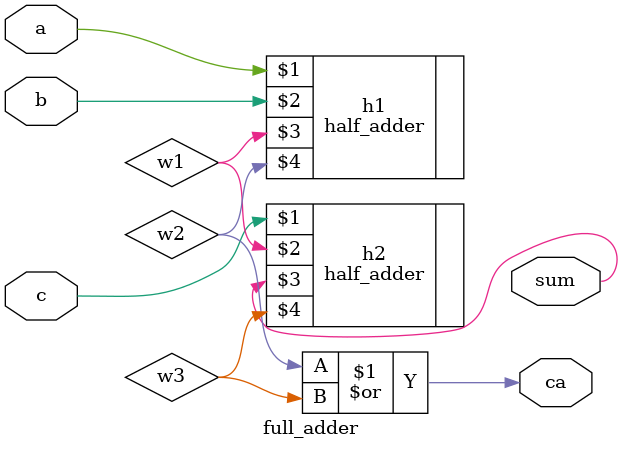
<source format=sv>
`timescale 1ns / 1ps


module full_adder(input logic a,b,c,output logic sum,ca

    );
    logic w1,w2,w3;
    half_adder h1(a,b,w1,w2);
    half_adder h2(c,w1,sum,w3);
    or(ca,w2,w3);
    
endmodule


//code for full adder 
//module full_adder(input logic a,b,c,output logic sum,ca

//    );
//    always_comb 
//    begin
//    sum=a^b^c; 
//    ca=(a&b)|(b&c)|(a&c);
//    end
//    endmodule
</source>
